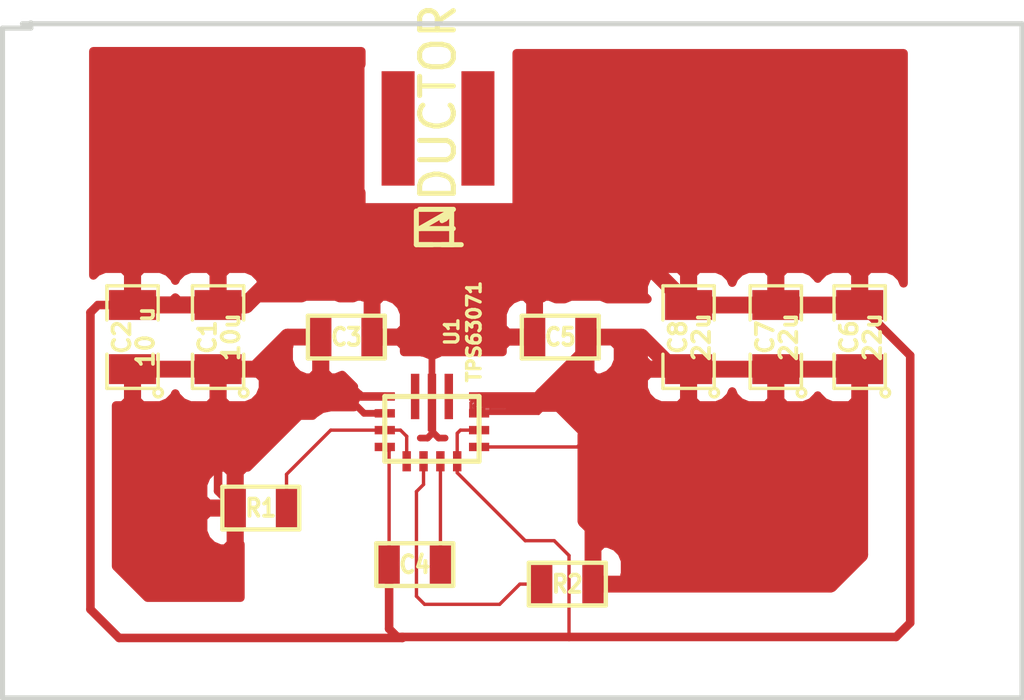
<source format=kicad_pcb>
(kicad_pcb (version 3) (host pcbnew "(2013-jul-07)-stable")

  (general
    (links 29)
    (no_connects 2)
    (area 177.904999 73.696556 208.325001 95.465001)
    (thickness 1.6)
    (drawings 6)
    (tracks 154)
    (zones 0)
    (modules 12)
    (nets 9)
  )

  (page A3)
  (layers
    (15 F.Cu signal)
    (0 B.Cu signal)
    (16 B.Adhes user)
    (17 F.Adhes user)
    (18 B.Paste user)
    (19 F.Paste user)
    (20 B.SilkS user)
    (21 F.SilkS user)
    (22 B.Mask user)
    (23 F.Mask user)
    (24 Dwgs.User user)
    (25 Cmts.User user)
    (26 Eco1.User user)
    (27 Eco2.User user)
    (28 Edge.Cuts user)
  )

  (setup
    (last_trace_width 0.1)
    (user_trace_width 0.1)
    (user_trace_width 0.2)
    (user_trace_width 0.5)
    (user_trace_width 1.05)
    (user_trace_width 2)
    (trace_clearance 0.254)
    (zone_clearance 0.508)
    (zone_45_only yes)
    (trace_min 0.1)
    (segment_width 0.2)
    (edge_width 0.15)
    (via_size 0.889)
    (via_drill 0.635)
    (via_min_size 0.1)
    (via_min_drill 0.508)
    (uvia_size 0.508)
    (uvia_drill 0.127)
    (uvias_allowed no)
    (uvia_min_size 0.1)
    (uvia_min_drill 0.127)
    (pcb_text_width 0.3)
    (pcb_text_size 1 1)
    (mod_edge_width 0.15)
    (mod_text_size 1 1)
    (mod_text_width 0.15)
    (pad_size 0.98 3.4)
    (pad_drill 0)
    (pad_to_mask_clearance 0)
    (aux_axis_origin 191.24 86.81)
    (visible_elements FFFFFFBF)
    (pcbplotparams
      (layerselection 3178497)
      (usegerberextensions true)
      (excludeedgelayer true)
      (linewidth 0.150000)
      (plotframeref false)
      (viasonmask false)
      (mode 1)
      (useauxorigin false)
      (hpglpennumber 1)
      (hpglpenspeed 20)
      (hpglpendiameter 15)
      (hpglpenoverlay 2)
      (psnegative false)
      (psa4output false)
      (plotreference true)
      (plotvalue true)
      (plotothertext true)
      (plotinvisibletext false)
      (padsonsilk false)
      (subtractmaskfromsilk false)
      (outputformat 1)
      (mirror false)
      (drillshape 1)
      (scaleselection 1)
      (outputdirectory ""))
  )

  (net 0 "")
  (net 1 +12V)
  (net 2 +5V)
  (net 3 GND)
  (net 4 N-000001)
  (net 5 N-000002)
  (net 6 N-000004)
  (net 7 N-000005)
  (net 8 N-000006)

  (net_class Default "This is the default net class."
    (clearance 0.254)
    (trace_width 0.254)
    (via_dia 0.889)
    (via_drill 0.635)
    (uvia_dia 0.508)
    (uvia_drill 0.127)
    (add_net "")
    (add_net +12V)
    (add_net +5V)
    (add_net GND)
    (add_net N-000001)
    (add_net N-000002)
    (add_net N-000004)
    (add_net N-000005)
    (add_net N-000006)
  )

  (module SM0805 (layer F.Cu) (tedit 5091495C) (tstamp 589682A4)
    (at 184.38 84.67 90)
    (path /5894F41F)
    (attr smd)
    (fp_text reference C1 (at 0 -0.3175 90) (layer F.SilkS)
      (effects (font (size 0.50038 0.50038) (thickness 0.10922)))
    )
    (fp_text value 10u (at 0 0.381 90) (layer F.SilkS)
      (effects (font (size 0.50038 0.50038) (thickness 0.10922)))
    )
    (fp_circle (center -1.651 0.762) (end -1.651 0.635) (layer F.SilkS) (width 0.09906))
    (fp_line (start -0.508 0.762) (end -1.524 0.762) (layer F.SilkS) (width 0.09906))
    (fp_line (start -1.524 0.762) (end -1.524 -0.762) (layer F.SilkS) (width 0.09906))
    (fp_line (start -1.524 -0.762) (end -0.508 -0.762) (layer F.SilkS) (width 0.09906))
    (fp_line (start 0.508 -0.762) (end 1.524 -0.762) (layer F.SilkS) (width 0.09906))
    (fp_line (start 1.524 -0.762) (end 1.524 0.762) (layer F.SilkS) (width 0.09906))
    (fp_line (start 1.524 0.762) (end 0.508 0.762) (layer F.SilkS) (width 0.09906))
    (pad 1 smd rect (at -0.9525 0 90) (size 0.889 1.397)
      (layers F.Cu F.Paste F.Mask)
      (net 1 +12V)
    )
    (pad 2 smd rect (at 0.9525 0 90) (size 0.889 1.397)
      (layers F.Cu F.Paste F.Mask)
      (net 3 GND)
    )
    (model smd/chip_cms.wrl
      (at (xyz 0 0 0))
      (scale (xyz 0.1 0.1 0.1))
      (rotate (xyz 0 0 0))
    )
  )

  (module SM0805 (layer F.Cu) (tedit 5091495C) (tstamp 58987C09)
    (at 181.84 84.67 90)
    (path /5894F42E)
    (attr smd)
    (fp_text reference C2 (at 0 -0.3175 90) (layer F.SilkS)
      (effects (font (size 0.50038 0.50038) (thickness 0.10922)))
    )
    (fp_text value "10 u" (at 0 0.381 90) (layer F.SilkS)
      (effects (font (size 0.50038 0.50038) (thickness 0.10922)))
    )
    (fp_circle (center -1.651 0.762) (end -1.651 0.635) (layer F.SilkS) (width 0.09906))
    (fp_line (start -0.508 0.762) (end -1.524 0.762) (layer F.SilkS) (width 0.09906))
    (fp_line (start -1.524 0.762) (end -1.524 -0.762) (layer F.SilkS) (width 0.09906))
    (fp_line (start -1.524 -0.762) (end -0.508 -0.762) (layer F.SilkS) (width 0.09906))
    (fp_line (start 0.508 -0.762) (end 1.524 -0.762) (layer F.SilkS) (width 0.09906))
    (fp_line (start 1.524 -0.762) (end 1.524 0.762) (layer F.SilkS) (width 0.09906))
    (fp_line (start 1.524 0.762) (end 0.508 0.762) (layer F.SilkS) (width 0.09906))
    (pad 1 smd rect (at -0.9525 0 90) (size 0.889 1.397)
      (layers F.Cu F.Paste F.Mask)
      (net 1 +12V)
    )
    (pad 2 smd rect (at 0.9525 0 90) (size 0.889 1.397)
      (layers F.Cu F.Paste F.Mask)
      (net 3 GND)
    )
    (model smd/chip_cms.wrl
      (at (xyz 0 0 0))
      (scale (xyz 0.1 0.1 0.1))
      (rotate (xyz 0 0 0))
    )
  )

  (module SM0805 (layer F.Cu) (tedit 5091495C) (tstamp 589682BE)
    (at 203.43 84.67 90)
    (path /5894F45B)
    (attr smd)
    (fp_text reference C6 (at 0 -0.3175 90) (layer F.SilkS)
      (effects (font (size 0.50038 0.50038) (thickness 0.10922)))
    )
    (fp_text value 22u (at 0 0.381 90) (layer F.SilkS)
      (effects (font (size 0.50038 0.50038) (thickness 0.10922)))
    )
    (fp_circle (center -1.651 0.762) (end -1.651 0.635) (layer F.SilkS) (width 0.09906))
    (fp_line (start -0.508 0.762) (end -1.524 0.762) (layer F.SilkS) (width 0.09906))
    (fp_line (start -1.524 0.762) (end -1.524 -0.762) (layer F.SilkS) (width 0.09906))
    (fp_line (start -1.524 -0.762) (end -0.508 -0.762) (layer F.SilkS) (width 0.09906))
    (fp_line (start 0.508 -0.762) (end 1.524 -0.762) (layer F.SilkS) (width 0.09906))
    (fp_line (start 1.524 -0.762) (end 1.524 0.762) (layer F.SilkS) (width 0.09906))
    (fp_line (start 1.524 0.762) (end 0.508 0.762) (layer F.SilkS) (width 0.09906))
    (pad 1 smd rect (at -0.9525 0 90) (size 0.889 1.397)
      (layers F.Cu F.Paste F.Mask)
      (net 2 +5V)
    )
    (pad 2 smd rect (at 0.9525 0 90) (size 0.889 1.397)
      (layers F.Cu F.Paste F.Mask)
      (net 3 GND)
    )
    (model smd/chip_cms.wrl
      (at (xyz 0 0 0))
      (scale (xyz 0.1 0.1 0.1))
      (rotate (xyz 0 0 0))
    )
  )

  (module SM0805 (layer F.Cu) (tedit 5091495C) (tstamp 589682CB)
    (at 200.94 84.67 90)
    (path /5894F46A)
    (attr smd)
    (fp_text reference C7 (at 0 -0.3175 90) (layer F.SilkS)
      (effects (font (size 0.50038 0.50038) (thickness 0.10922)))
    )
    (fp_text value 22u (at 0 0.381 90) (layer F.SilkS)
      (effects (font (size 0.50038 0.50038) (thickness 0.10922)))
    )
    (fp_circle (center -1.651 0.762) (end -1.651 0.635) (layer F.SilkS) (width 0.09906))
    (fp_line (start -0.508 0.762) (end -1.524 0.762) (layer F.SilkS) (width 0.09906))
    (fp_line (start -1.524 0.762) (end -1.524 -0.762) (layer F.SilkS) (width 0.09906))
    (fp_line (start -1.524 -0.762) (end -0.508 -0.762) (layer F.SilkS) (width 0.09906))
    (fp_line (start 0.508 -0.762) (end 1.524 -0.762) (layer F.SilkS) (width 0.09906))
    (fp_line (start 1.524 -0.762) (end 1.524 0.762) (layer F.SilkS) (width 0.09906))
    (fp_line (start 1.524 0.762) (end 0.508 0.762) (layer F.SilkS) (width 0.09906))
    (pad 1 smd rect (at -0.9525 0 90) (size 0.889 1.397)
      (layers F.Cu F.Paste F.Mask)
      (net 2 +5V)
    )
    (pad 2 smd rect (at 0.9525 0 90) (size 0.889 1.397)
      (layers F.Cu F.Paste F.Mask)
      (net 3 GND)
    )
    (model smd/chip_cms.wrl
      (at (xyz 0 0 0))
      (scale (xyz 0.1 0.1 0.1))
      (rotate (xyz 0 0 0))
    )
  )

  (module SM0805 (layer F.Cu) (tedit 5091495C) (tstamp 589682D8)
    (at 198.35 84.67 90)
    (path /5894F479)
    (attr smd)
    (fp_text reference C8 (at 0 -0.3175 90) (layer F.SilkS)
      (effects (font (size 0.50038 0.50038) (thickness 0.10922)))
    )
    (fp_text value 22u (at 0 0.381 90) (layer F.SilkS)
      (effects (font (size 0.50038 0.50038) (thickness 0.10922)))
    )
    (fp_circle (center -1.651 0.762) (end -1.651 0.635) (layer F.SilkS) (width 0.09906))
    (fp_line (start -0.508 0.762) (end -1.524 0.762) (layer F.SilkS) (width 0.09906))
    (fp_line (start -1.524 0.762) (end -1.524 -0.762) (layer F.SilkS) (width 0.09906))
    (fp_line (start -1.524 -0.762) (end -0.508 -0.762) (layer F.SilkS) (width 0.09906))
    (fp_line (start 0.508 -0.762) (end 1.524 -0.762) (layer F.SilkS) (width 0.09906))
    (fp_line (start 1.524 -0.762) (end 1.524 0.762) (layer F.SilkS) (width 0.09906))
    (fp_line (start 1.524 0.762) (end 0.508 0.762) (layer F.SilkS) (width 0.09906))
    (pad 1 smd rect (at -0.9525 0 90) (size 0.889 1.397)
      (layers F.Cu F.Paste F.Mask)
      (net 2 +5V)
    )
    (pad 2 smd rect (at 0.9525 0 90) (size 0.889 1.397)
      (layers F.Cu F.Paste F.Mask)
      (net 3 GND)
    )
    (model smd/chip_cms.wrl
      (at (xyz 0 0 0))
      (scale (xyz 0.1 0.1 0.1))
      (rotate (xyz 0 0 0))
    )
  )

  (module SM0603 (layer F.Cu) (tedit 4E43A3D1) (tstamp 58968306)
    (at 185.65 89.75)
    (path /5894F488)
    (attr smd)
    (fp_text reference R1 (at 0 0) (layer F.SilkS)
      (effects (font (size 0.508 0.4572) (thickness 0.1143)))
    )
    (fp_text value 10k (at 0 0) (layer F.SilkS) hide
      (effects (font (size 0.508 0.4572) (thickness 0.1143)))
    )
    (fp_line (start -1.143 -0.635) (end 1.143 -0.635) (layer F.SilkS) (width 0.127))
    (fp_line (start 1.143 -0.635) (end 1.143 0.635) (layer F.SilkS) (width 0.127))
    (fp_line (start 1.143 0.635) (end -1.143 0.635) (layer F.SilkS) (width 0.127))
    (fp_line (start -1.143 0.635) (end -1.143 -0.635) (layer F.SilkS) (width 0.127))
    (pad 1 smd rect (at -0.762 0) (size 0.635 1.143)
      (layers F.Cu F.Paste F.Mask)
      (net 1 +12V)
    )
    (pad 2 smd rect (at 0.762 0) (size 0.635 1.143)
      (layers F.Cu F.Paste F.Mask)
      (net 8 N-000006)
    )
    (model smd\resistors\R0603.wrl
      (at (xyz 0 0 0.001))
      (scale (xyz 0.5 0.5 0.5))
      (rotate (xyz 0 0 0))
    )
  )

  (module SM0603 (layer F.Cu) (tedit 4E43A3D1) (tstamp 58968310)
    (at 194.75 92.01 180)
    (path /5894F497)
    (attr smd)
    (fp_text reference R2 (at 0 0 180) (layer F.SilkS)
      (effects (font (size 0.508 0.4572) (thickness 0.1143)))
    )
    (fp_text value R (at 0 0 180) (layer F.SilkS) hide
      (effects (font (size 0.508 0.4572) (thickness 0.1143)))
    )
    (fp_line (start -1.143 -0.635) (end 1.143 -0.635) (layer F.SilkS) (width 0.127))
    (fp_line (start 1.143 -0.635) (end 1.143 0.635) (layer F.SilkS) (width 0.127))
    (fp_line (start 1.143 0.635) (end -1.143 0.635) (layer F.SilkS) (width 0.127))
    (fp_line (start -1.143 0.635) (end -1.143 -0.635) (layer F.SilkS) (width 0.127))
    (pad 1 smd rect (at -0.762 0 180) (size 0.635 1.143)
      (layers F.Cu F.Paste F.Mask)
      (net 2 +5V)
    )
    (pad 2 smd rect (at 0.762 0 180) (size 0.635 1.143)
      (layers F.Cu F.Paste F.Mask)
      (net 4 N-000001)
    )
    (model smd\resistors\R0603.wrl
      (at (xyz 0 0 0.001))
      (scale (xyz 0.5 0.5 0.5))
      (rotate (xyz 0 0 0))
    )
  )

  (module TPS63071 (layer F.Cu) (tedit 589895DF) (tstamp 58987A18)
    (at 190.73 87.21 90)
    (path /58950835)
    (fp_text reference U1 (at 2.7 0.59 90) (layer F.SilkS)
      (effects (font (size 0.4 0.4) (thickness 0.1)))
    )
    (fp_text value TPS63071 (at 2.7 1.25 90) (layer F.SilkS)
      (effects (font (size 0.4 0.4) (thickness 0.1)))
    )
    (fp_line (start 0 -1.4) (end 0.775 -1.4) (layer F.SilkS) (width 0.15))
    (fp_line (start 0.775 -1.4) (end 0.775 1.4) (layer F.SilkS) (width 0.15))
    (fp_line (start 0.775 1.4) (end 0 1.4) (layer F.SilkS) (width 0.15))
    (fp_line (start 0 -1.4) (end -1.15 -1.4) (layer F.SilkS) (width 0.15))
    (fp_line (start -1.15 -1.4) (end -1.15 1.4) (layer F.SilkS) (width 0.15))
    (fp_line (start -1.15 1.4) (end 0 1.4) (layer F.SilkS) (width 0.15))
    (pad 1 smd rect (at -1.15 -0.75 90) (size 0.6 0.25)
      (layers F.Cu F.Paste F.Mask)
      (net 8 N-000006)
    )
    (pad 2 smd rect (at -1.15 -0.25 90) (size 0.6 0.25)
      (layers F.Cu F.Paste F.Mask)
      (net 4 N-000001)
    )
    (pad 3 smd rect (at -1.15 0.25 90) (size 0.6 0.25)
      (layers F.Cu F.Paste F.Mask)
      (net 7 N-000005)
    )
    (pad 4 smd rect (at -1.15 0.75 90) (size 0.6 0.25)
      (layers F.Cu F.Paste F.Mask)
      (net 3 GND)
    )
    (pad 15 smd rect (at -0.725 -1.4 90) (size 0.25 0.6)
      (layers F.Cu F.Paste F.Mask)
      (net 3 GND)
    )
    (pad 14 smd rect (at -0.225 -1.4 90) (size 0.25 0.6)
      (layers F.Cu F.Paste F.Mask)
      (net 8 N-000006)
    )
    (pad 13 smd rect (at 0.275 -1.4 90) (size 0.25 0.6)
      (layers F.Cu F.Paste F.Mask)
      (net 1 +12V)
    )
    (pad 7 smd rect (at 0.275 1.4 90) (size 0.25 0.6)
      (layers F.Cu F.Paste F.Mask)
      (net 2 +5V)
    )
    (pad 12 smd rect (at 0.775 -1.4 90) (size 0.25 0.6)
      (layers F.Cu F.Paste F.Mask)
      (net 1 +12V)
    )
    (pad 8 smd rect (at 0.775 1.4 90) (size 0.25 0.6)
      (layers F.Cu F.Paste F.Mask)
      (net 2 +5V)
    )
    (pad 6 smd rect (at -0.225 1.4 90) (size 0.25 0.6)
      (layers F.Cu F.Paste F.Mask)
      (net 3 GND)
    )
    (pad 5 smd rect (at -0.725 1.4 90) (size 0.25 0.6)
      (layers F.Cu F.Paste F.Mask)
      (net 2 +5V)
    )
    (pad 10 smd rect (at 0.6 0 90) (size 1.7 0.25)
      (layers F.Cu F.Paste F.Mask)
      (net 3 GND)
    )
    (pad 11 smd rect (at 0.775 -0.5 90) (size 1.35 0.25)
      (layers F.Cu F.Paste F.Mask)
      (net 5 N-000002)
    )
    (pad 9 smd rect (at 0.775 0.5 90) (size 1.35 0.25)
      (layers F.Cu F.Paste F.Mask)
      (net 6 N-000004)
    )
  )

  (module XFL4020 (layer F.Cu) (tedit 589893E1) (tstamp 58987A23)
    (at 190.91 78.47)
    (path /5894F1C4)
    (fp_text reference L1 (at 0 3) (layer F.SilkS)
      (effects (font (size 1 1) (thickness 0.15)))
    )
    (fp_text value INDUCTOR (at 0 0 90) (layer F.SilkS)
      (effects (font (size 1 1) (thickness 0.15)))
    )
    (pad 1 smd rect (at -1.185 0) (size 0.98 3.4)
      (layers F.Cu F.Paste F.Mask)
      (net 5 N-000002)
    )
    (pad 2 smd rect (at 1.185 0) (size 0.98 3.4)
      (layers F.Cu F.Paste F.Mask)
      (net 6 N-000004)
    )
  )

  (module SM0603 (layer F.Cu) (tedit 4E43A3D1) (tstamp 589682E4)
    (at 188.19 84.67)
    (path /5894F43D)
    (attr smd)
    (fp_text reference C3 (at 0 0) (layer F.SilkS)
      (effects (font (size 0.508 0.4572) (thickness 0.1143)))
    )
    (fp_text value 10u (at 0 0) (layer F.SilkS) hide
      (effects (font (size 0.508 0.4572) (thickness 0.1143)))
    )
    (fp_line (start -1.143 -0.635) (end 1.143 -0.635) (layer F.SilkS) (width 0.127))
    (fp_line (start 1.143 -0.635) (end 1.143 0.635) (layer F.SilkS) (width 0.127))
    (fp_line (start 1.143 0.635) (end -1.143 0.635) (layer F.SilkS) (width 0.127))
    (fp_line (start -1.143 0.635) (end -1.143 -0.635) (layer F.SilkS) (width 0.127))
    (pad 1 smd rect (at -0.762 0) (size 0.635 1.143)
      (layers F.Cu F.Paste F.Mask)
      (net 1 +12V)
    )
    (pad 2 smd rect (at 0.762 0) (size 0.635 1.143)
      (layers F.Cu F.Paste F.Mask)
      (net 3 GND)
    )
    (model smd\resistors\R0603.wrl
      (at (xyz 0 0 0.001))
      (scale (xyz 0.5 0.5 0.5))
      (rotate (xyz 0 0 0))
    )
  )

  (module SM0603 (layer F.Cu) (tedit 4E43A3D1) (tstamp 589682F0)
    (at 194.54 84.67 180)
    (path /5894F44C)
    (attr smd)
    (fp_text reference C5 (at 0 0 180) (layer F.SilkS)
      (effects (font (size 0.508 0.4572) (thickness 0.1143)))
    )
    (fp_text value 10u (at 0 0 180) (layer F.SilkS) hide
      (effects (font (size 0.508 0.4572) (thickness 0.1143)))
    )
    (fp_line (start -1.143 -0.635) (end 1.143 -0.635) (layer F.SilkS) (width 0.127))
    (fp_line (start 1.143 -0.635) (end 1.143 0.635) (layer F.SilkS) (width 0.127))
    (fp_line (start 1.143 0.635) (end -1.143 0.635) (layer F.SilkS) (width 0.127))
    (fp_line (start -1.143 0.635) (end -1.143 -0.635) (layer F.SilkS) (width 0.127))
    (pad 1 smd rect (at -0.762 0 180) (size 0.635 1.143)
      (layers F.Cu F.Paste F.Mask)
      (net 2 +5V)
    )
    (pad 2 smd rect (at 0.762 0 180) (size 0.635 1.143)
      (layers F.Cu F.Paste F.Mask)
      (net 3 GND)
    )
    (model smd\resistors\R0603.wrl
      (at (xyz 0 0 0.001))
      (scale (xyz 0.5 0.5 0.5))
      (rotate (xyz 0 0 0))
    )
  )

  (module SM0603 (layer F.Cu) (tedit 4E43A3D1) (tstamp 589682FC)
    (at 190.22 91.43 180)
    (path /5894F4A6)
    (attr smd)
    (fp_text reference C4 (at 0 0 180) (layer F.SilkS)
      (effects (font (size 0.508 0.4572) (thickness 0.1143)))
    )
    (fp_text value 100n (at 0 0 180) (layer F.SilkS) hide
      (effects (font (size 0.508 0.4572) (thickness 0.1143)))
    )
    (fp_line (start -1.143 -0.635) (end 1.143 -0.635) (layer F.SilkS) (width 0.127))
    (fp_line (start 1.143 -0.635) (end 1.143 0.635) (layer F.SilkS) (width 0.127))
    (fp_line (start 1.143 0.635) (end -1.143 0.635) (layer F.SilkS) (width 0.127))
    (fp_line (start -1.143 0.635) (end -1.143 -0.635) (layer F.SilkS) (width 0.127))
    (pad 1 smd rect (at -0.762 0 180) (size 0.635 1.143)
      (layers F.Cu F.Paste F.Mask)
      (net 7 N-000005)
    )
    (pad 2 smd rect (at 0.762 0 180) (size 0.635 1.143)
      (layers F.Cu F.Paste F.Mask)
      (net 3 GND)
    )
    (model smd\resistors\R0603.wrl
      (at (xyz 0 0 0.001))
      (scale (xyz 0.5 0.5 0.5))
      (rotate (xyz 0 0 0))
    )
  )

  (gr_line (start 178.82 75.49) (end 178.82 75.33) (angle 90) (layer Edge.Cuts) (width 0.15))
  (gr_line (start 177.98 75.49) (end 178.82 75.49) (angle 90) (layer Edge.Cuts) (width 0.15))
  (gr_line (start 177.98 95.39) (end 177.98 75.49) (angle 90) (layer Edge.Cuts) (width 0.15))
  (gr_line (start 208.25 95.39) (end 177.98 95.39) (angle 90) (layer Edge.Cuts) (width 0.15))
  (gr_line (start 208.25 75.36) (end 208.25 95.39) (angle 90) (layer Edge.Cuts) (width 0.15))
  (gr_line (start 178.57 75.36) (end 208.25 75.36) (angle 90) (layer Edge.Cuts) (width 0.15))

  (segment (start 184.38 85.6225) (end 185.4975 85.6225) (width 0.5) (layer F.Cu) (net 1))
  (segment (start 185.4975 85.6225) (end 186.45 84.67) (width 0.5) (layer F.Cu) (net 1) (tstamp 58989C7A))
  (segment (start 186.45 84.67) (end 187.428 84.67) (width 0.5) (layer F.Cu) (net 1) (tstamp 58989C7C))
  (segment (start 181.84 85.6225) (end 184.38 85.6225) (width 0.5) (layer F.Cu) (net 1))
  (segment (start 189.33 86.935) (end 188.715 86.935) (width 0.2) (layer F.Cu) (net 1))
  (segment (start 188.715 86.935) (end 188.215 86.435) (width 0.2) (layer F.Cu) (net 1) (tstamp 589890B2))
  (segment (start 185.4975 85.6225) (end 186.45 84.67) (width 0.254) (layer F.Cu) (net 1) (tstamp 58988DB9))
  (segment (start 186.45 84.67) (end 187.428 84.67) (width 0.254) (layer F.Cu) (net 1) (tstamp 58988DBC))
  (segment (start 187.428 84.67) (end 187.428 85.648) (width 0.254) (layer F.Cu) (net 1))
  (segment (start 188.215 86.435) (end 189.33 86.435) (width 0.254) (layer F.Cu) (net 1) (tstamp 58988A9C))
  (segment (start 187.428 85.648) (end 188.215 86.435) (width 0.254) (layer F.Cu) (net 1) (tstamp 58988A9A))
  (segment (start 184.38 85.6225) (end 184.38 89.242) (width 0.254) (layer F.Cu) (net 1))
  (segment (start 184.38 89.242) (end 184.888 89.75) (width 0.254) (layer F.Cu) (net 1) (tstamp 58988A90))
  (segment (start 192 86.68) (end 192.13 86.68) (width 0.1) (layer F.Cu) (net 2))
  (segment (start 192.13 86.68) (end 192.13 86.52) (width 0.1) (layer F.Cu) (net 2) (tstamp 5898C2BC))
  (segment (start 192.13 86.52) (end 192.06 86.59) (width 0.1) (layer F.Cu) (net 2) (tstamp 5898C2BD))
  (segment (start 192.02 86.59) (end 192.02 86.66) (width 0.1) (layer F.Cu) (net 2) (tstamp 5898C2BF))
  (segment (start 192.06 86.59) (end 192.02 86.59) (width 0.1) (layer F.Cu) (net 2) (tstamp 5898C2BE))
  (segment (start 192.02 86.66) (end 192.08 86.66) (width 0.1) (layer F.Cu) (net 2) (tstamp 5898C2C0))
  (segment (start 192.08 86.66) (end 192.09 86.65) (width 0.1) (layer F.Cu) (net 2) (tstamp 5898C2C1))
  (segment (start 192.13 86.935) (end 192.13 86.89) (width 0.1) (layer F.Cu) (net 2))
  (segment (start 192.02 86.66) (end 192 86.68) (width 0.1) (layer F.Cu) (net 2) (tstamp 5898C2B8))
  (segment (start 192 86.68) (end 191.99 86.69) (width 0.1) (layer F.Cu) (net 2) (tstamp 5898C2BA))
  (segment (start 192.08 86.66) (end 192.02 86.66) (width 0.1) (layer F.Cu) (net 2) (tstamp 5898C2B7))
  (segment (start 192.09 86.65) (end 192.08 86.66) (width 0.1) (layer F.Cu) (net 2) (tstamp 5898C2B6))
  (segment (start 192.09 86.68) (end 192.09 86.65) (width 0.1) (layer F.Cu) (net 2) (tstamp 5898C2B5))
  (segment (start 192.11 86.7) (end 192.09 86.68) (width 0.1) (layer F.Cu) (net 2) (tstamp 5898C2B4))
  (segment (start 192.1 86.7) (end 192.11 86.7) (width 0.1) (layer F.Cu) (net 2) (tstamp 5898C2B3))
  (segment (start 192.05 86.65) (end 192.1 86.7) (width 0.1) (layer F.Cu) (net 2) (tstamp 5898C2B2))
  (segment (start 191.99 86.71) (end 192.05 86.65) (width 0.1) (layer F.Cu) (net 2) (tstamp 5898C2B1))
  (segment (start 191.99 86.75) (end 191.99 86.71) (width 0.1) (layer F.Cu) (net 2) (tstamp 5898C2AF))
  (segment (start 192.13 86.89) (end 191.99 86.75) (width 0.1) (layer F.Cu) (net 2) (tstamp 5898C2AD))
  (segment (start 192.13 86.435) (end 192.075 86.435) (width 0.1) (layer F.Cu) (net 2))
  (segment (start 191.89 86.81) (end 192.13 86.935) (width 0.1) (layer F.Cu) (net 2) (tstamp 5898C2AC))
  (segment (start 191.89 86.62) (end 191.89 86.81) (width 0.1) (layer F.Cu) (net 2) (tstamp 5898C2A8))
  (segment (start 192.075 86.435) (end 191.89 86.62) (width 0.1) (layer F.Cu) (net 2) (tstamp 5898C2A5))
  (segment (start 192.13 86.935) (end 192.375 86.935) (width 0.1) (layer F.Cu) (net 2))
  (segment (start 192.375 86.935) (end 192.46 86.85) (width 0.1) (layer F.Cu) (net 2) (tstamp 5898C29A))
  (segment (start 192.46 86.85) (end 192.98 86.85) (width 0.1) (layer F.Cu) (net 2) (tstamp 5898C2A0))
  (segment (start 192.13 86.935) (end 192.13 86.92) (width 0.1) (layer F.Cu) (net 2))
  (segment (start 192.13 86.92) (end 192.3 86.75) (width 0.1) (layer F.Cu) (net 2) (tstamp 5898C296))
  (segment (start 192.3 86.75) (end 192.89 86.75) (width 0.1) (layer F.Cu) (net 2) (tstamp 5898C297))
  (segment (start 192.13 86.935) (end 192.13 86.78) (width 0.1) (layer F.Cu) (net 2))
  (segment (start 192.13 86.78) (end 192.22 86.69) (width 0.1) (layer F.Cu) (net 2) (tstamp 5898C290))
  (segment (start 192.22 86.69) (end 192.94 86.69) (width 0.1) (layer F.Cu) (net 2) (tstamp 5898C292))
  (segment (start 192.97 86.6) (end 192.21 86.6) (width 0.1) (layer F.Cu) (net 2))
  (segment (start 192.21 86.6) (end 192.13 86.52) (width 0.1) (layer F.Cu) (net 2) (tstamp 5898C27F))
  (segment (start 193.08 86.6) (end 192.97 86.6) (width 0.1) (layer F.Cu) (net 2))
  (segment (start 192.13 86.52) (end 192.13 86.435) (width 0.1) (layer F.Cu) (net 2) (tstamp 5898C281))
  (segment (start 194.27 86.56) (end 195.302 87.592) (width 0.254) (layer F.Cu) (net 2) (tstamp 58988FFD))
  (segment (start 195.302 84.67) (end 196.94 84.67) (width 0.5) (layer F.Cu) (net 2))
  (segment (start 197.8925 85.6225) (end 198.35 85.6225) (width 0.5) (layer F.Cu) (net 2) (tstamp 58989CE0))
  (segment (start 196.94 84.67) (end 197.8925 85.6225) (width 0.5) (layer F.Cu) (net 2) (tstamp 58989CDD))
  (segment (start 195.512 92.01) (end 202.55 92.01) (width 0.5) (layer F.Cu) (net 2))
  (segment (start 203.43 91.13) (end 203.43 85.6225) (width 0.5) (layer F.Cu) (net 2) (tstamp 58989CD2))
  (segment (start 202.55 92.01) (end 203.43 91.13) (width 0.5) (layer F.Cu) (net 2) (tstamp 58989CCE))
  (segment (start 194.045 86.395) (end 194.105 86.395) (width 0.5) (layer F.Cu) (net 2))
  (segment (start 195.302 87.592) (end 195.302 90.112) (width 0.5) (layer F.Cu) (net 2) (tstamp 58989CBA))
  (segment (start 195.302 90.112) (end 195.512 90.322) (width 0.5) (layer F.Cu) (net 2) (tstamp 58989CBB))
  (segment (start 195.512 90.322) (end 195.512 92.01) (width 0.5) (layer F.Cu) (net 2) (tstamp 58989CBC))
  (segment (start 195.302 84.67) (end 195.302 85.138) (width 0.5) (layer F.Cu) (net 2))
  (segment (start 195.302 85.138) (end 194.045 86.395) (width 0.5) (layer F.Cu) (net 2) (tstamp 58989CA7))
  (segment (start 194.045 86.395) (end 194.005 86.435) (width 0.5) (layer F.Cu) (net 2) (tstamp 58989CB7))
  (segment (start 200.94 85.6225) (end 198.35 85.6225) (width 0.5) (layer F.Cu) (net 2))
  (segment (start 203.43 85.6225) (end 200.94 85.6225) (width 0.5) (layer F.Cu) (net 2))
  (segment (start 192.13 87.935) (end 195.045 87.935) (width 0.1) (layer F.Cu) (net 2))
  (segment (start 195.045 87.935) (end 195.302 87.678) (width 0.1) (layer F.Cu) (net 2) (tstamp 58989001))
  (segment (start 195.302 87.678) (end 195.302 87.592) (width 0.1) (layer F.Cu) (net 2) (tstamp 58989004))
  (segment (start 192.13 86.935) (end 193.895 86.935) (width 0.1) (layer F.Cu) (net 2))
  (segment (start 193.895 86.935) (end 194.27 86.56) (width 0.1) (layer F.Cu) (net 2) (tstamp 58988FF9))
  (segment (start 192.13 86.435) (end 194.005 86.435) (width 0.254) (layer F.Cu) (net 2))
  (segment (start 194.005 86.435) (end 194.145 86.435) (width 0.254) (layer F.Cu) (net 2) (tstamp 58989CAC))
  (segment (start 194.145 86.435) (end 194.27 86.56) (width 0.254) (layer F.Cu) (net 2) (tstamp 58988AEA))
  (segment (start 195.302 87.592) (end 195.302 87.592) (width 0.254) (layer F.Cu) (net 2) (tstamp 58989005))
  (segment (start 195.302 87.592) (end 195.302 87.61) (width 0.254) (layer F.Cu) (net 2) (tstamp 58988AF0))
  (segment (start 195.302 87.61) (end 195.38 87.61) (width 0.254) (layer F.Cu) (net 2) (tstamp 58988ACE))
  (segment (start 195.38 87.61) (end 195.302 87.61) (width 0.254) (layer F.Cu) (net 2) (tstamp 58988AD0))
  (segment (start 195.512 92.01) (end 195.512 90.322) (width 0.254) (layer F.Cu) (net 2))
  (segment (start 195.512 90.322) (end 195.302 90.112) (width 0.254) (layer F.Cu) (net 2) (tstamp 58988AC0))
  (segment (start 195.302 90.112) (end 195.302 87.61) (width 0.254) (layer F.Cu) (net 2) (tstamp 58988AC3))
  (segment (start 193.778 84.67) (end 193.778 82.748) (width 0.5) (layer F.Cu) (net 3))
  (segment (start 193.778 82.748) (end 193.41 82.38) (width 0.5) (layer F.Cu) (net 3) (tstamp 58989C95))
  (segment (start 198.35 83.7175) (end 200.94 83.7175) (width 0.5) (layer F.Cu) (net 3))
  (segment (start 200.94 83.7175) (end 203.43 83.7175) (width 0.5) (layer F.Cu) (net 3) (tstamp 58989C91))
  (segment (start 189.23 82.38) (end 193.41 82.38) (width 0.5) (layer F.Cu) (net 3))
  (segment (start 193.41 82.38) (end 197.0125 82.38) (width 0.5) (layer F.Cu) (net 3) (tstamp 58989C9A))
  (segment (start 197.0125 82.38) (end 198.35 83.7175) (width 0.5) (layer F.Cu) (net 3) (tstamp 58989C8E))
  (segment (start 184.38 83.7175) (end 185.2025 83.7175) (width 0.5) (layer F.Cu) (net 3))
  (segment (start 185.2025 83.7175) (end 186.54 82.38) (width 0.5) (layer F.Cu) (net 3) (tstamp 58989C83))
  (segment (start 186.54 82.38) (end 189.23 82.38) (width 0.5) (layer F.Cu) (net 3) (tstamp 58989C84))
  (segment (start 189.23 82.38) (end 189.36 82.38) (width 0.5) (layer F.Cu) (net 3) (tstamp 58989C8C))
  (segment (start 189.36 82.38) (end 188.952 82.788) (width 0.5) (layer F.Cu) (net 3) (tstamp 58989C86))
  (segment (start 188.952 82.788) (end 188.952 84.67) (width 0.5) (layer F.Cu) (net 3) (tstamp 58989C87))
  (segment (start 181.84 83.7175) (end 184.38 83.7175) (width 0.5) (layer F.Cu) (net 3))
  (segment (start 181.84 83.7175) (end 180.8125 83.7175) (width 0.254) (layer F.Cu) (net 3))
  (segment (start 189.85 93.61) (end 189.85 93.58) (width 0.254) (layer F.Cu) (net 3) (tstamp 58989C17))
  (segment (start 181.44 93.61) (end 189.85 93.61) (width 0.254) (layer F.Cu) (net 3) (tstamp 58989C14))
  (segment (start 180.59 92.76) (end 181.44 93.61) (width 0.254) (layer F.Cu) (net 3) (tstamp 58989C10))
  (segment (start 180.59 83.94) (end 180.59 92.76) (width 0.254) (layer F.Cu) (net 3) (tstamp 58989C0D))
  (segment (start 180.8125 83.7175) (end 180.59 83.94) (width 0.254) (layer F.Cu) (net 3) (tstamp 58989C0C))
  (segment (start 190.73 86.61) (end 190.73 87.47) (width 0.2) (layer F.Cu) (net 3))
  (segment (start 190.93 87.67) (end 191.12 87.67) (width 0.2) (layer F.Cu) (net 3) (tstamp 589896C9))
  (segment (start 190.73 87.47) (end 190.93 87.67) (width 0.2) (layer F.Cu) (net 3) (tstamp 589896C8))
  (segment (start 190.73 86.61) (end 190.73 87.54) (width 0.2) (layer F.Cu) (net 3))
  (segment (start 190.6 87.67) (end 190.384002 87.67) (width 0.2) (layer F.Cu) (net 3) (tstamp 589896C5))
  (segment (start 190.73 87.54) (end 190.6 87.67) (width 0.2) (layer F.Cu) (net 3) (tstamp 589896C4))
  (segment (start 191.48 88.36) (end 191.48 88.7) (width 0.1) (layer F.Cu) (net 3))
  (segment (start 194.8 91.16) (end 194.8 93.58) (width 0.1) (layer F.Cu) (net 3) (tstamp 58989013))
  (segment (start 194.36 90.72) (end 194.8 91.16) (width 0.1) (layer F.Cu) (net 3) (tstamp 58989011))
  (segment (start 193.5 90.72) (end 194.36 90.72) (width 0.1) (layer F.Cu) (net 3) (tstamp 5898900D))
  (segment (start 191.48 88.7) (end 193.5 90.72) (width 0.1) (layer F.Cu) (net 3) (tstamp 5898900A))
  (segment (start 191.48 88.36) (end 191.48 87.53) (width 0.1) (layer F.Cu) (net 3))
  (segment (start 191.575 87.435) (end 191.51 87.5) (width 0.1) (layer F.Cu) (net 3) (tstamp 58988FCC))
  (segment (start 191.575 87.435) (end 192.13 87.435) (width 0.1) (layer F.Cu) (net 3))
  (segment (start 191.48 87.53) (end 191.51 87.5) (width 0.1) (layer F.Cu) (net 3) (tstamp 58988FD2))
  (segment (start 189.458 91.43) (end 189.458 88.063) (width 0.1) (layer F.Cu) (net 3))
  (segment (start 189.458 88.063) (end 189.33 87.935) (width 0.1) (layer F.Cu) (net 3) (tstamp 58988FBC))
  (segment (start 193.778 84.67) (end 193.778 82.958) (width 0.254) (layer F.Cu) (net 3))
  (segment (start 188.952 84.67) (end 188.952 82.788) (width 0.254) (layer F.Cu) (net 3))
  (segment (start 189.458 91.43) (end 189.458 93.338) (width 0.254) (layer F.Cu) (net 3))
  (segment (start 189.7 93.58) (end 189.85 93.58) (width 0.254) (layer F.Cu) (net 3) (tstamp 58988BD9))
  (segment (start 189.458 93.338) (end 189.7 93.58) (width 0.254) (layer F.Cu) (net 3) (tstamp 58988BD7))
  (segment (start 189.85 93.58) (end 194.8 93.58) (width 0.254) (layer F.Cu) (net 3) (tstamp 58989C18))
  (segment (start 204.93 85.2175) (end 203.43 83.7175) (width 0.254) (layer F.Cu) (net 3) (tstamp 58988BE3))
  (segment (start 194.8 93.58) (end 204.51 93.58) (width 0.254) (layer F.Cu) (net 3) (tstamp 58989018))
  (segment (start 204.51 93.58) (end 204.93 93.16) (width 0.254) (layer F.Cu) (net 3) (tstamp 58988BDD))
  (segment (start 204.93 93.16) (end 204.93 85.2175) (width 0.254) (layer F.Cu) (net 3) (tstamp 58988BE0))
  (segment (start 186.54 82.38) (end 189.36 82.38) (width 0.254) (layer F.Cu) (net 3) (tstamp 58988BCB))
  (segment (start 185.2025 83.7175) (end 186.54 82.38) (width 0.254) (layer F.Cu) (net 3) (tstamp 58988BCA))
  (segment (start 197.0125 82.38) (end 198.35 83.7175) (width 0.254) (layer F.Cu) (net 3) (tstamp 58988BCF))
  (segment (start 203.43 83.7175) (end 200.94 83.7175) (width 0.254) (layer F.Cu) (net 3))
  (segment (start 190.73 86.61) (end 190.73 82.53) (width 0.2) (layer F.Cu) (net 3))
  (segment (start 190.73 82.53) (end 190.58 82.38) (width 0.2) (layer F.Cu) (net 3) (tstamp 58989033))
  (segment (start 193.778 82.958) (end 193.2 82.38) (width 0.254) (layer F.Cu) (net 3) (tstamp 58988C05))
  (segment (start 188.952 82.788) (end 189.36 82.38) (width 0.254) (layer F.Cu) (net 3) (tstamp 58988BFE))
  (segment (start 189.36 82.38) (end 190.58 82.38) (width 0.254) (layer F.Cu) (net 3) (tstamp 58988C03))
  (segment (start 190.58 82.38) (end 193.2 82.38) (width 0.254) (layer F.Cu) (net 3) (tstamp 58989037))
  (segment (start 193.2 82.38) (end 197.0125 82.38) (width 0.254) (layer F.Cu) (net 3) (tstamp 58988C08))
  (segment (start 193.988 92.01) (end 193.34 92.01) (width 0.1) (layer F.Cu) (net 4))
  (segment (start 190.48 89.05) (end 190.48 88.36) (width 0.1) (layer F.Cu) (net 4) (tstamp 58988FF5))
  (segment (start 190.27 89.26) (end 190.48 89.05) (width 0.1) (layer F.Cu) (net 4) (tstamp 58988FF3))
  (segment (start 190.27 92.37) (end 190.27 89.26) (width 0.1) (layer F.Cu) (net 4) (tstamp 58988FF0))
  (segment (start 190.51 92.61) (end 190.27 92.37) (width 0.1) (layer F.Cu) (net 4) (tstamp 58988FEE))
  (segment (start 192.74 92.61) (end 190.51 92.61) (width 0.1) (layer F.Cu) (net 4) (tstamp 58988FEC))
  (segment (start 193.34 92.01) (end 192.74 92.61) (width 0.1) (layer F.Cu) (net 4) (tstamp 58988FE9))
  (segment (start 190.982 91.43) (end 190.982 88.362) (width 0.1) (layer F.Cu) (net 7))
  (segment (start 190.982 88.362) (end 190.98 88.36) (width 0.1) (layer F.Cu) (net 7) (tstamp 58988FE1))
  (segment (start 186.412 89.75) (end 186.412 88.748) (width 0.1) (layer F.Cu) (net 8))
  (segment (start 187.725 87.435) (end 189.33 87.435) (width 0.1) (layer F.Cu) (net 8) (tstamp 58988FB6))
  (segment (start 186.412 88.748) (end 187.725 87.435) (width 0.1) (layer F.Cu) (net 8) (tstamp 58988FB3))
  (segment (start 189.33 87.435) (end 189.795 87.435) (width 0.1) (layer F.Cu) (net 8))
  (segment (start 189.795 87.435) (end 189.98 87.62) (width 0.1) (layer F.Cu) (net 8) (tstamp 58988FA7))
  (segment (start 189.98 88.36) (end 189.98 87.62) (width 0.1) (layer F.Cu) (net 8))
  (segment (start 189.98 87.62) (end 189.96 87.6) (width 0.1) (layer F.Cu) (net 8) (tstamp 58988FA0))

  (zone (net 2) (net_name +5V) (layer F.Cu) (tstamp 5898C10A) (hatch full 0.508)
    (connect_pads (clearance 0.508))
    (min_thickness 0.254)
    (fill (arc_segments 16) (thermal_gap 0.508) (thermal_bridge_width 0.508))
    (polygon
      (pts
        (xy 192.26 86.41) (xy 194.16 86.41) (xy 195.38 85.19) (xy 195.38 84.63) (xy 196.86 84.63)
        (xy 197.88 85.65) (xy 201 85.65) (xy 203.53 85.65) (xy 203.53 90.96) (xy 202.62 91.87)
        (xy 195.46 91.87) (xy 195.46 90.39) (xy 195.22 90.15) (xy 195.22 87.53) (xy 194.58 86.89)
        (xy 192.13 86.89) (xy 192.13 86.39) (xy 192.2 86.39)
      )
    )
    (filled_polygon
      (pts
        (xy 203.403 90.907395) (xy 202.567395 91.743) (xy 196.445749 91.743) (xy 196.4645 91.72425) (xy 196.46461 91.564255)
        (xy 196.464389 91.311636) (xy 196.367513 91.078332) (xy 196.188729 90.899859) (xy 195.955255 90.80339) (xy 195.79775 90.8035)
        (xy 195.639002 90.962248) (xy 195.639002 90.8035) (xy 195.587 90.8035) (xy 195.587 90.337395) (xy 195.347 90.097395)
        (xy 195.347 87.477395) (xy 194.632605 86.763) (xy 193.033193 86.763) (xy 193.045475 86.733274) (xy 193.065 86.71375)
        (xy 193.065104 86.685768) (xy 193.06511 86.685755) (xy 193.065107 86.685) (xy 193.06511 86.684245) (xy 193.065104 86.684231)
        (xy 193.065 86.65625) (xy 193.045475 86.636725) (xy 193.014599 86.562002) (xy 193.065 86.562002) (xy 193.065 86.537)
        (xy 194.212605 86.537) (xy 194.873004 85.8766) (xy 195.01625 85.8765) (xy 195.175 85.71775) (xy 195.175 85.574605)
        (xy 195.429 85.320605) (xy 195.429 85.71775) (xy 195.58775 85.8765) (xy 195.745255 85.87661) (xy 195.978729 85.780141)
        (xy 196.157513 85.601668) (xy 196.254389 85.368364) (xy 196.25461 85.115745) (xy 196.2545 84.95575) (xy 196.095752 84.797002)
        (xy 196.2545 84.797002) (xy 196.2545 84.757) (xy 196.807395 84.757) (xy 197.041607 84.991212) (xy 197.01639 85.052245)
        (xy 197.0165 85.33675) (xy 197.17525 85.4955) (xy 197.545895 85.4955) (xy 197.799895 85.7495) (xy 197.17525 85.7495)
        (xy 197.0165 85.90825) (xy 197.01639 86.192755) (xy 197.112859 86.426229) (xy 197.291332 86.605013) (xy 197.524636 86.701889)
        (xy 197.777255 86.70211) (xy 198.06425 86.702) (xy 198.223 86.54325) (xy 198.223 85.777) (xy 198.477 85.777)
        (xy 198.477 86.54325) (xy 198.63575 86.702) (xy 198.922745 86.70211) (xy 199.175364 86.701889) (xy 199.408668 86.605013)
        (xy 199.587141 86.426229) (xy 199.645 86.286198) (xy 199.702859 86.426229) (xy 199.881332 86.605013) (xy 200.114636 86.701889)
        (xy 200.367255 86.70211) (xy 200.65425 86.702) (xy 200.813 86.54325) (xy 200.813 85.777) (xy 201 85.777)
        (xy 201.067 85.777) (xy 201.067 86.54325) (xy 201.22575 86.702) (xy 201.512745 86.70211) (xy 201.765364 86.701889)
        (xy 201.998668 86.605013) (xy 202.177141 86.426229) (xy 202.185 86.407208) (xy 202.192859 86.426229) (xy 202.371332 86.605013)
        (xy 202.604636 86.701889) (xy 202.857255 86.70211) (xy 203.14425 86.702) (xy 203.302998 86.543252) (xy 203.302998 86.702)
        (xy 203.403 86.702) (xy 203.403 90.907395)
      )
    )
  )
  (zone (net 3) (net_name GND) (layer F.Cu) (tstamp 5898C408) (hatch full 0.508)
    (connect_pads (clearance 0.508))
    (min_thickness 0.254)
    (fill (arc_segments 16) (thermal_gap 0.508) (thermal_bridge_width 0.508))
    (polygon
      (pts
        (xy 204.86 85.16) (xy 203.42 83.72) (xy 197.98 83.72) (xy 197.93 83.67) (xy 193.86 83.67)
        (xy 193.89 83.64) (xy 193.85 83.64) (xy 193.85 82.64) (xy 193.76 82.64) (xy 193.76 85.24)
        (xy 191.03 85.24) (xy 190.7 85.57) (xy 190.37 85.24) (xy 188.95 85.24) (xy 188.94 85.23)
        (xy 188.96 85.23) (xy 188.96 82.64) (xy 188.82 82.64) (xy 188.82 83.64) (xy 185.61 83.64)
        (xy 185.32 83.93) (xy 180.55 83.93) (xy 180.55 76.05) (xy 188.76 76.05) (xy 188.76 80.69)
        (xy 193.12 80.69) (xy 193.12 76.11) (xy 204.86 76.11) (xy 204.86 85.16)
      )
    )
    (filled_polygon
      (pts
        (xy 204.733 83.073162) (xy 204.667141 82.913771) (xy 204.488668 82.734987) (xy 204.255364 82.638111) (xy 204.002745 82.63789)
        (xy 203.71575 82.638) (xy 203.557 82.79675) (xy 203.557 83.5905) (xy 203.577 83.5905) (xy 203.577 83.697395)
        (xy 203.472605 83.593) (xy 203.303 83.593) (xy 203.283 83.593) (xy 203.283 83.5905) (xy 203.303 83.5905)
        (xy 203.303 82.79675) (xy 203.14425 82.638) (xy 202.857255 82.63789) (xy 202.604636 82.638111) (xy 202.371332 82.734987)
        (xy 202.192859 82.913771) (xy 202.185 82.932791) (xy 202.177141 82.913771) (xy 201.998668 82.734987) (xy 201.765364 82.638111)
        (xy 201.512745 82.63789) (xy 201.22575 82.638) (xy 201.067 82.79675) (xy 201.067 83.5905) (xy 201.087 83.5905)
        (xy 201.087 83.593) (xy 200.813 83.593) (xy 200.793 83.593) (xy 200.793 83.5905) (xy 200.813 83.5905)
        (xy 200.813 82.79675) (xy 200.65425 82.638) (xy 200.367255 82.63789) (xy 200.114636 82.638111) (xy 199.881332 82.734987)
        (xy 199.702859 82.913771) (xy 199.645 83.053801) (xy 199.587141 82.913771) (xy 199.408668 82.734987) (xy 199.175364 82.638111)
        (xy 198.922745 82.63789) (xy 198.63575 82.638) (xy 198.477 82.79675) (xy 198.477 83.5905) (xy 198.497 83.5905)
        (xy 198.497 83.593) (xy 198.203 83.593) (xy 198.203 83.5905) (xy 198.223 83.5905) (xy 198.223 82.79675)
        (xy 198.06425 82.638) (xy 197.777255 82.63789) (xy 197.524636 82.638111) (xy 197.291332 82.734987) (xy 197.112859 82.913771)
        (xy 197.01639 83.147245) (xy 197.0165 83.43175) (xy 197.12775 83.543) (xy 195.937554 83.543) (xy 195.746364 83.463611)
        (xy 195.493745 83.46339) (xy 194.858745 83.46339) (xy 194.666073 83.543) (xy 194.413926 83.543) (xy 194.221255 83.46339)
        (xy 194.06375 83.4635) (xy 194.01425 83.513) (xy 193.977 83.513) (xy 193.977 82.513) (xy 193.633 82.513)
        (xy 193.633 83.60425) (xy 193.49225 83.4635) (xy 193.334745 83.46339) (xy 193.101271 83.559859) (xy 192.922487 83.738332)
        (xy 192.825611 83.971636) (xy 192.82539 84.224255) (xy 192.8255 84.38425) (xy 192.98425 84.543) (xy 193.633 84.543)
        (xy 193.633 84.797) (xy 192.98425 84.797) (xy 192.8255 84.95575) (xy 192.825391 85.113) (xy 190.977395 85.113)
        (xy 190.965298 85.125096) (xy 190.951165 85.125084) (xy 190.931725 85.144524) (xy 190.745771 85.221359) (xy 190.730128 85.236973)
        (xy 190.715168 85.221987) (xy 190.528031 85.144281) (xy 190.508834 85.125084) (xy 190.48 85.125109) (xy 190.434674 85.125069)
        (xy 190.422605 85.113) (xy 189.904608 85.113) (xy 189.9045 84.95575) (xy 189.74575 84.797) (xy 189.087 84.797)
        (xy 189.087 84.543) (xy 189.74575 84.543) (xy 189.9045 84.38425) (xy 189.90461 84.224255) (xy 189.904389 83.971636)
        (xy 189.807513 83.738332) (xy 189.628729 83.559859) (xy 189.395255 83.46339) (xy 189.23775 83.4635) (xy 189.087 83.61425)
        (xy 189.087 82.513) (xy 188.693 82.513) (xy 188.693 83.49025) (xy 188.66625 83.4635) (xy 188.508745 83.46339)
        (xy 188.388679 83.513) (xy 187.991306 83.513) (xy 187.872364 83.463611) (xy 187.619745 83.46339) (xy 186.984745 83.46339)
        (xy 186.864679 83.513) (xy 185.632249 83.513) (xy 185.7135 83.43175) (xy 185.71361 83.147245) (xy 185.617141 82.913771)
        (xy 185.438668 82.734987) (xy 185.205364 82.638111) (xy 184.952745 82.63789) (xy 184.66575 82.638) (xy 184.507 82.79675)
        (xy 184.507 83.5905) (xy 184.527 83.5905) (xy 184.527 83.803) (xy 184.253 83.803) (xy 184.253 83.5905)
        (xy 184.253 82.79675) (xy 184.09425 82.638) (xy 183.807255 82.63789) (xy 183.554636 82.638111) (xy 183.321332 82.734987)
        (xy 183.142859 82.913771) (xy 183.11 82.993296) (xy 183.077141 82.913771) (xy 182.898668 82.734987) (xy 182.665364 82.638111)
        (xy 182.412745 82.63789) (xy 182.12575 82.638) (xy 181.967 82.79675) (xy 181.967 83.5905) (xy 183.01475 83.5905)
        (xy 183.11 83.49525) (xy 183.20525 83.5905) (xy 184.253 83.5905) (xy 184.253 83.803) (xy 181.693 83.803)
        (xy 181.693 83.5905) (xy 181.713 83.5905) (xy 181.713 82.79675) (xy 181.55425 82.638) (xy 181.267255 82.63789)
        (xy 181.014636 82.638111) (xy 180.781332 82.734987) (xy 180.677 82.8395) (xy 180.677 76.177) (xy 188.633 76.177)
        (xy 188.633 76.56393) (xy 188.600111 76.643136) (xy 188.59989 76.895755) (xy 188.59989 80.295755) (xy 188.633 80.375887)
        (xy 188.633 80.817) (xy 193.247 80.817) (xy 193.247 76.237) (xy 204.733 76.237) (xy 204.733 83.073162)
      )
    )
  )
  (zone (net 1) (net_name +12V) (layer F.Cu) (tstamp 5898C1A1) (hatch full 0.508)
    (connect_pads (clearance 0.508))
    (min_thickness 0.254)
    (fill (arc_segments 16) (thermal_gap 0.508) (thermal_bridge_width 0.508))
    (polygon
      (pts
        (xy 181.55 85.65) (xy 181.17 85.65) (xy 181.17 91.48) (xy 182.23 92.54) (xy 185.17 92.54)
        (xy 185.17 89.76) (xy 185.17 88.81) (xy 186.85 87.13) (xy 189.62 87.13) (xy 189.62 86.37)
        (xy 188.82 86.37) (xy 187.26 84.81) (xy 186.42 84.81) (xy 185.66 85.57) (xy 181.85 85.57)
      )
    )
    (filled_polygon
      (pts
        (xy 188.569493 86.3725) (xy 188.491359 86.450771) (xy 188.414524 86.636725) (xy 188.395 86.65625) (xy 188.394895 86.684231)
        (xy 188.39489 86.684245) (xy 188.394892 86.685) (xy 188.39489 86.685755) (xy 188.394895 86.685768) (xy 188.395 86.71375)
        (xy 188.414524 86.733274) (xy 188.421435 86.75) (xy 187.725 86.75) (xy 187.462862 86.802143) (xy 187.240632 86.950632)
        (xy 187.188264 87.003) (xy 186.797395 87.003) (xy 185.71361 88.086784) (xy 185.256953 88.543441) (xy 185.17375 88.5435)
        (xy 185.015 88.70225) (xy 185.015 89.623) (xy 185.035 89.623) (xy 185.035 89.877) (xy 185.015 89.877)
        (xy 185.015 90.79775) (xy 185.043 90.82575) (xy 185.043 92.413) (xy 184.761 92.413) (xy 184.761 90.79775)
        (xy 184.761 89.877) (xy 184.761 89.623) (xy 184.761 88.70225) (xy 184.60225 88.5435) (xy 184.444745 88.54339)
        (xy 184.253 88.622617) (xy 184.211271 88.639859) (xy 184.032487 88.818332) (xy 183.935611 89.051636) (xy 183.93539 89.304255)
        (xy 183.9355 89.46425) (xy 184.09425 89.623) (xy 184.761 89.623) (xy 184.761 89.877) (xy 184.09425 89.877)
        (xy 183.9355 90.03575) (xy 183.93539 90.195745) (xy 183.935611 90.448364) (xy 184.032487 90.681668) (xy 184.211271 90.860141)
        (xy 184.444745 90.95661) (xy 184.60225 90.9565) (xy 184.761 90.79775) (xy 184.761 92.413) (xy 182.282605 92.413)
        (xy 181.352 91.482395) (xy 181.352 86.702077) (xy 181.55425 86.702) (xy 181.713 86.54325) (xy 181.713 85.7495)
        (xy 181.693 85.7495) (xy 181.693 85.743304) (xy 181.866643 85.697) (xy 181.987 85.697) (xy 181.987 85.7495)
        (xy 181.967 85.7495) (xy 181.967 86.54325) (xy 182.12575 86.702) (xy 182.412745 86.70211) (xy 182.665364 86.701889)
        (xy 182.898668 86.605013) (xy 183.077141 86.426229) (xy 183.11 86.346703) (xy 183.142859 86.426229) (xy 183.321332 86.605013)
        (xy 183.554636 86.701889) (xy 183.807255 86.70211) (xy 184.09425 86.702) (xy 184.253 86.54325) (xy 184.253 85.7495)
        (xy 184.233 85.7495) (xy 184.233 85.697) (xy 184.527 85.697) (xy 184.527 85.7495) (xy 184.507 85.7495)
        (xy 184.507 86.54325) (xy 184.66575 86.702) (xy 184.952745 86.70211) (xy 185.205364 86.701889) (xy 185.438668 86.605013)
        (xy 185.617141 86.426229) (xy 185.71361 86.192755) (xy 185.7135 85.90825) (xy 185.554752 85.749502) (xy 185.7135 85.749502)
        (xy 185.7135 85.696105) (xy 186.472605 84.937) (xy 186.49425 84.937) (xy 186.4755 84.95575) (xy 186.47539 85.115745)
        (xy 186.475611 85.368364) (xy 186.572487 85.601668) (xy 186.751271 85.780141) (xy 186.984745 85.87661) (xy 187.14225 85.8765)
        (xy 187.301 85.71775) (xy 187.301 85.030605) (xy 187.555 85.284605) (xy 187.555 85.71775) (xy 187.71375 85.8765)
        (xy 187.871255 85.87661) (xy 188.06638 85.795985) (xy 188.412359 86.141964) (xy 188.39489 86.184245) (xy 188.395 86.21375)
        (xy 188.55375 86.3725) (xy 188.569493 86.3725)
      )
    )
  )
  (zone (net 3) (net_name GND) (layer F.Cu) (tstamp 5898C23D) (hatch full 0.508)
    (connect_pads (clearance 0.508))
    (min_thickness 0.254)
    (fill (arc_segments 16) (thermal_gap 0.508) (thermal_bridge_width 0.508))
    (polygon
      (pts
        (xy 190.72 87.23) (xy 190.39 87.23) (xy 190.21 87.41) (xy 190.21 87.75) (xy 191.33 87.75)
        (xy 191.33 87.43) (xy 191.13 87.23) (xy 190.73 87.23)
      )
    )
  )
)

</source>
